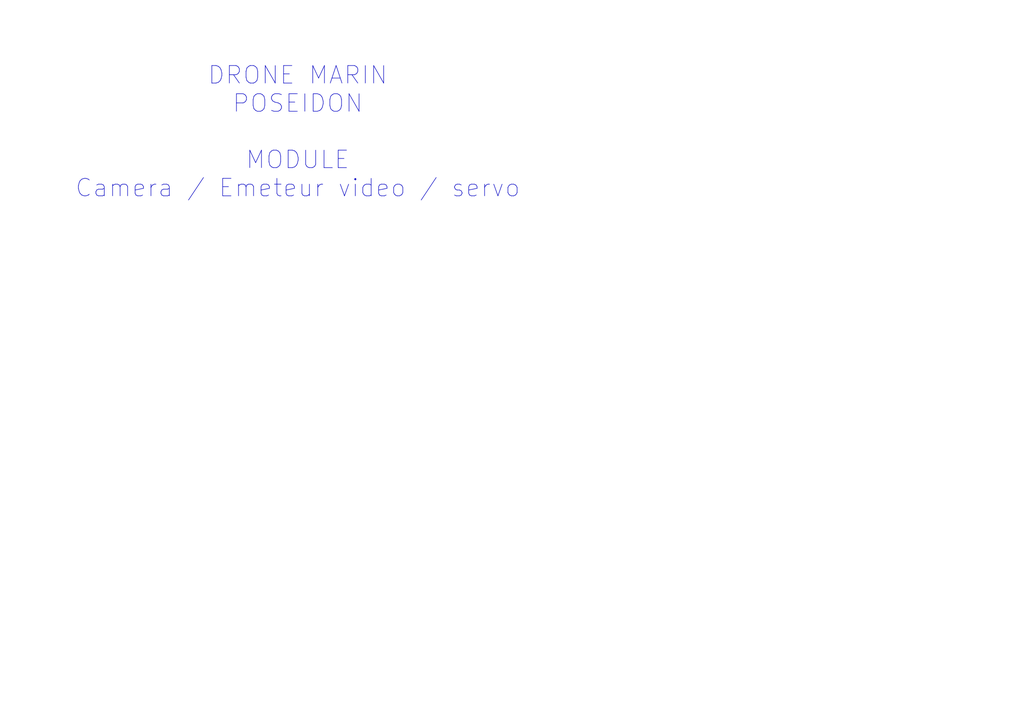
<source format=kicad_sch>
(kicad_sch
	(version 20250114)
	(generator "eeschema")
	(generator_version "9.0")
	(uuid "25b0a723-ae6d-4475-b4c6-501c07f555c7")
	(paper "A4")
	(title_block
		(date "2025-09-26")
		(rev "1.0")
		(company "Association Electromaker (yc)")
		(comment 2 "Drone marin")
	)
	(lib_symbols)
	(text "DRONE MARIN\nPOSEIDON\n\nMODULE\nCamera / Emeteur video / servo"
		(exclude_from_sim no)
		(at 86.36 38.354 0)
		(effects
			(font
				(size 5.08 5.08)
			)
		)
		(uuid "6a724a96-be80-4b7e-a9d5-4c75d97025d1")
	)
)

</source>
